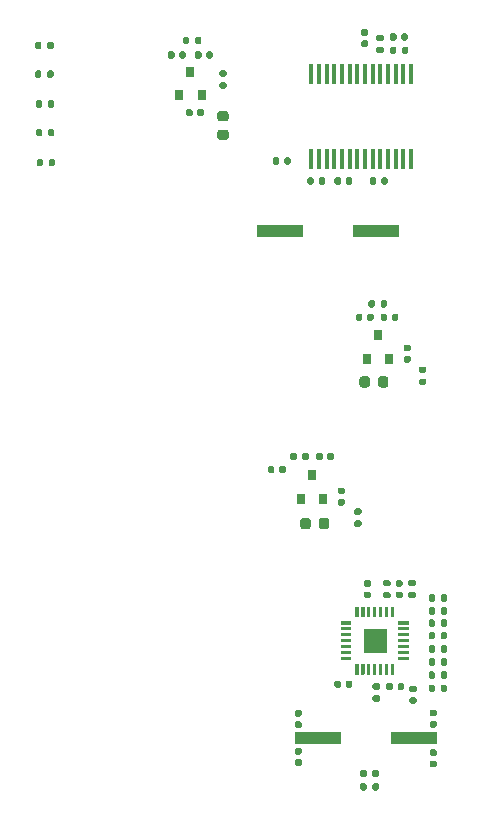
<source format=gbr>
G04 #@! TF.GenerationSoftware,KiCad,Pcbnew,(5.1.10)-1*
G04 #@! TF.CreationDate,2021-11-05T11:55:09+00:00*
G04 #@! TF.ProjectId,RasperryPi ECG Hat,52617370-6572-4727-9950-692045434720,rev?*
G04 #@! TF.SameCoordinates,Original*
G04 #@! TF.FileFunction,Paste,Top*
G04 #@! TF.FilePolarity,Positive*
%FSLAX46Y46*%
G04 Gerber Fmt 4.6, Leading zero omitted, Abs format (unit mm)*
G04 Created by KiCad (PCBNEW (5.1.10)-1) date 2021-11-05 11:55:09*
%MOMM*%
%LPD*%
G01*
G04 APERTURE LIST*
%ADD10C,0.010000*%
%ADD11R,4.000000X1.000000*%
%ADD12R,0.800000X0.900000*%
%ADD13R,0.450000X1.750000*%
G04 APERTURE END LIST*
D10*
G04 #@! TO.C,ADS1293*
G36*
X92902000Y-89569000D02*
G01*
X91002000Y-89569000D01*
X91002000Y-87669000D01*
X92902000Y-87669000D01*
X92902000Y-89569000D01*
G37*
X92902000Y-89569000D02*
X91002000Y-89569000D01*
X91002000Y-87669000D01*
X92902000Y-87669000D01*
X92902000Y-89569000D01*
G04 #@! TD*
G04 #@! TO.C,D3*
G36*
G01*
X78843750Y-43775000D02*
X79356250Y-43775000D01*
G75*
G02*
X79575000Y-43993750I0J-218750D01*
G01*
X79575000Y-44431250D01*
G75*
G02*
X79356250Y-44650000I-218750J0D01*
G01*
X78843750Y-44650000D01*
G75*
G02*
X78625000Y-44431250I0J218750D01*
G01*
X78625000Y-43993750D01*
G75*
G02*
X78843750Y-43775000I218750J0D01*
G01*
G37*
G36*
G01*
X78843750Y-45350000D02*
X79356250Y-45350000D01*
G75*
G02*
X79575000Y-45568750I0J-218750D01*
G01*
X79575000Y-46006250D01*
G75*
G02*
X79356250Y-46225000I-218750J0D01*
G01*
X78843750Y-46225000D01*
G75*
G02*
X78625000Y-46006250I0J218750D01*
G01*
X78625000Y-45568750D01*
G75*
G02*
X78843750Y-45350000I218750J0D01*
G01*
G37*
G04 #@! TD*
G04 #@! TO.C,R13*
G36*
G01*
X64216500Y-38422000D02*
X64216500Y-38052000D01*
G75*
G02*
X64351500Y-37917000I135000J0D01*
G01*
X64621500Y-37917000D01*
G75*
G02*
X64756500Y-38052000I0J-135000D01*
G01*
X64756500Y-38422000D01*
G75*
G02*
X64621500Y-38557000I-135000J0D01*
G01*
X64351500Y-38557000D01*
G75*
G02*
X64216500Y-38422000I0J135000D01*
G01*
G37*
G36*
G01*
X63196500Y-38422000D02*
X63196500Y-38052000D01*
G75*
G02*
X63331500Y-37917000I135000J0D01*
G01*
X63601500Y-37917000D01*
G75*
G02*
X63736500Y-38052000I0J-135000D01*
G01*
X63736500Y-38422000D01*
G75*
G02*
X63601500Y-38557000I-135000J0D01*
G01*
X63331500Y-38557000D01*
G75*
G02*
X63196500Y-38422000I0J135000D01*
G01*
G37*
G04 #@! TD*
G04 #@! TO.C,R9*
G36*
G01*
X92215000Y-37330000D02*
X92585000Y-37330000D01*
G75*
G02*
X92720000Y-37465000I0J-135000D01*
G01*
X92720000Y-37735000D01*
G75*
G02*
X92585000Y-37870000I-135000J0D01*
G01*
X92215000Y-37870000D01*
G75*
G02*
X92080000Y-37735000I0J135000D01*
G01*
X92080000Y-37465000D01*
G75*
G02*
X92215000Y-37330000I135000J0D01*
G01*
G37*
G36*
G01*
X92215000Y-38350000D02*
X92585000Y-38350000D01*
G75*
G02*
X92720000Y-38485000I0J-135000D01*
G01*
X92720000Y-38755000D01*
G75*
G02*
X92585000Y-38890000I-135000J0D01*
G01*
X92215000Y-38890000D01*
G75*
G02*
X92080000Y-38755000I0J135000D01*
G01*
X92080000Y-38485000D01*
G75*
G02*
X92215000Y-38350000I135000J0D01*
G01*
G37*
G04 #@! TD*
G04 #@! TO.C,D2*
G36*
G01*
X93105500Y-66450750D02*
X93105500Y-66963250D01*
G75*
G02*
X92886750Y-67182000I-218750J0D01*
G01*
X92449250Y-67182000D01*
G75*
G02*
X92230500Y-66963250I0J218750D01*
G01*
X92230500Y-66450750D01*
G75*
G02*
X92449250Y-66232000I218750J0D01*
G01*
X92886750Y-66232000D01*
G75*
G02*
X93105500Y-66450750I0J-218750D01*
G01*
G37*
G36*
G01*
X91530500Y-66450750D02*
X91530500Y-66963250D01*
G75*
G02*
X91311750Y-67182000I-218750J0D01*
G01*
X90874250Y-67182000D01*
G75*
G02*
X90655500Y-66963250I0J218750D01*
G01*
X90655500Y-66450750D01*
G75*
G02*
X90874250Y-66232000I218750J0D01*
G01*
X91311750Y-66232000D01*
G75*
G02*
X91530500Y-66450750I0J-218750D01*
G01*
G37*
G04 #@! TD*
G04 #@! TO.C,R2*
G36*
G01*
X93153000Y-84015000D02*
X92783000Y-84015000D01*
G75*
G02*
X92648000Y-83880000I0J135000D01*
G01*
X92648000Y-83610000D01*
G75*
G02*
X92783000Y-83475000I135000J0D01*
G01*
X93153000Y-83475000D01*
G75*
G02*
X93288000Y-83610000I0J-135000D01*
G01*
X93288000Y-83880000D01*
G75*
G02*
X93153000Y-84015000I-135000J0D01*
G01*
G37*
G36*
G01*
X93153000Y-85035000D02*
X92783000Y-85035000D01*
G75*
G02*
X92648000Y-84900000I0J135000D01*
G01*
X92648000Y-84630000D01*
G75*
G02*
X92783000Y-84495000I135000J0D01*
G01*
X93153000Y-84495000D01*
G75*
G02*
X93288000Y-84630000I0J-135000D01*
G01*
X93288000Y-84900000D01*
G75*
G02*
X93153000Y-85035000I-135000J0D01*
G01*
G37*
G04 #@! TD*
D11*
G04 #@! TO.C,Y1*
X95254000Y-96866000D03*
X87126000Y-96866000D03*
G04 #@! TD*
G04 #@! TO.C,C4*
G36*
G01*
X87943500Y-73196800D02*
X87943500Y-72856800D01*
G75*
G02*
X88083500Y-72716800I140000J0D01*
G01*
X88363500Y-72716800D01*
G75*
G02*
X88503500Y-72856800I0J-140000D01*
G01*
X88503500Y-73196800D01*
G75*
G02*
X88363500Y-73336800I-140000J0D01*
G01*
X88083500Y-73336800D01*
G75*
G02*
X87943500Y-73196800I0J140000D01*
G01*
G37*
G36*
G01*
X86983500Y-73196800D02*
X86983500Y-72856800D01*
G75*
G02*
X87123500Y-72716800I140000J0D01*
G01*
X87403500Y-72716800D01*
G75*
G02*
X87543500Y-72856800I0J-140000D01*
G01*
X87543500Y-73196800D01*
G75*
G02*
X87403500Y-73336800I-140000J0D01*
G01*
X87123500Y-73336800D01*
G75*
G02*
X86983500Y-73196800I0J140000D01*
G01*
G37*
G04 #@! TD*
G04 #@! TO.C,C6*
G36*
G01*
X92920000Y-92670000D02*
X92920000Y-92330000D01*
G75*
G02*
X93060000Y-92190000I140000J0D01*
G01*
X93340000Y-92190000D01*
G75*
G02*
X93480000Y-92330000I0J-140000D01*
G01*
X93480000Y-92670000D01*
G75*
G02*
X93340000Y-92810000I-140000J0D01*
G01*
X93060000Y-92810000D01*
G75*
G02*
X92920000Y-92670000I0J140000D01*
G01*
G37*
G36*
G01*
X93880000Y-92670000D02*
X93880000Y-92330000D01*
G75*
G02*
X94020000Y-92190000I140000J0D01*
G01*
X94300000Y-92190000D01*
G75*
G02*
X94440000Y-92330000I0J-140000D01*
G01*
X94440000Y-92670000D01*
G75*
G02*
X94300000Y-92810000I-140000J0D01*
G01*
X94020000Y-92810000D01*
G75*
G02*
X93880000Y-92670000I0J140000D01*
G01*
G37*
G04 #@! TD*
G04 #@! TO.C,Y2*
X83926000Y-53900000D03*
X92054000Y-53900000D03*
G04 #@! TD*
G04 #@! TO.C,ADS1293*
G36*
G01*
X90587000Y-90632100D02*
X90587000Y-91475900D01*
G75*
G02*
X90578900Y-91484000I-8100J0D01*
G01*
X90325100Y-91484000D01*
G75*
G02*
X90317000Y-91475900I0J8100D01*
G01*
X90317000Y-90632100D01*
G75*
G02*
X90325100Y-90624000I8100J0D01*
G01*
X90578900Y-90624000D01*
G75*
G02*
X90587000Y-90632100I0J-8100D01*
G01*
G37*
G36*
G01*
X89947000Y-88492100D02*
X89947000Y-88745900D01*
G75*
G02*
X89938900Y-88754000I-8100J0D01*
G01*
X89095100Y-88754000D01*
G75*
G02*
X89087000Y-88745900I0J8100D01*
G01*
X89087000Y-88492100D01*
G75*
G02*
X89095100Y-88484000I8100J0D01*
G01*
X89938900Y-88484000D01*
G75*
G02*
X89947000Y-88492100I0J-8100D01*
G01*
G37*
G36*
G01*
X93587000Y-90632100D02*
X93587000Y-91475900D01*
G75*
G02*
X93578900Y-91484000I-8100J0D01*
G01*
X93325100Y-91484000D01*
G75*
G02*
X93317000Y-91475900I0J8100D01*
G01*
X93317000Y-90632100D01*
G75*
G02*
X93325100Y-90624000I8100J0D01*
G01*
X93578900Y-90624000D01*
G75*
G02*
X93587000Y-90632100I0J-8100D01*
G01*
G37*
G36*
G01*
X93087000Y-85762100D02*
X93087000Y-86605900D01*
G75*
G02*
X93078900Y-86614000I-8100J0D01*
G01*
X92825100Y-86614000D01*
G75*
G02*
X92817000Y-86605900I0J8100D01*
G01*
X92817000Y-85762100D01*
G75*
G02*
X92825100Y-85754000I8100J0D01*
G01*
X93078900Y-85754000D01*
G75*
G02*
X93087000Y-85762100I0J-8100D01*
G01*
G37*
G36*
G01*
X94817000Y-86992100D02*
X94817000Y-87245900D01*
G75*
G02*
X94808900Y-87254000I-8100J0D01*
G01*
X93965100Y-87254000D01*
G75*
G02*
X93957000Y-87245900I0J8100D01*
G01*
X93957000Y-86992100D01*
G75*
G02*
X93965100Y-86984000I8100J0D01*
G01*
X94808900Y-86984000D01*
G75*
G02*
X94817000Y-86992100I0J-8100D01*
G01*
G37*
G36*
G01*
X92087000Y-90632100D02*
X92087000Y-91475900D01*
G75*
G02*
X92078900Y-91484000I-8100J0D01*
G01*
X91825100Y-91484000D01*
G75*
G02*
X91817000Y-91475900I0J8100D01*
G01*
X91817000Y-90632100D01*
G75*
G02*
X91825100Y-90624000I8100J0D01*
G01*
X92078900Y-90624000D01*
G75*
G02*
X92087000Y-90632100I0J-8100D01*
G01*
G37*
G36*
G01*
X93587000Y-85762100D02*
X93587000Y-86605900D01*
G75*
G02*
X93578900Y-86614000I-8100J0D01*
G01*
X93325100Y-86614000D01*
G75*
G02*
X93317000Y-86605900I0J8100D01*
G01*
X93317000Y-85762100D01*
G75*
G02*
X93325100Y-85754000I8100J0D01*
G01*
X93578900Y-85754000D01*
G75*
G02*
X93587000Y-85762100I0J-8100D01*
G01*
G37*
G36*
G01*
X91587000Y-85762100D02*
X91587000Y-86605900D01*
G75*
G02*
X91578900Y-86614000I-8100J0D01*
G01*
X91325100Y-86614000D01*
G75*
G02*
X91317000Y-86605900I0J8100D01*
G01*
X91317000Y-85762100D01*
G75*
G02*
X91325100Y-85754000I8100J0D01*
G01*
X91578900Y-85754000D01*
G75*
G02*
X91587000Y-85762100I0J-8100D01*
G01*
G37*
G36*
G01*
X93087000Y-90632100D02*
X93087000Y-91475900D01*
G75*
G02*
X93078900Y-91484000I-8100J0D01*
G01*
X92825100Y-91484000D01*
G75*
G02*
X92817000Y-91475900I0J8100D01*
G01*
X92817000Y-90632100D01*
G75*
G02*
X92825100Y-90624000I8100J0D01*
G01*
X93078900Y-90624000D01*
G75*
G02*
X93087000Y-90632100I0J-8100D01*
G01*
G37*
G36*
G01*
X89947000Y-87492100D02*
X89947000Y-87745900D01*
G75*
G02*
X89938900Y-87754000I-8100J0D01*
G01*
X89095100Y-87754000D01*
G75*
G02*
X89087000Y-87745900I0J8100D01*
G01*
X89087000Y-87492100D01*
G75*
G02*
X89095100Y-87484000I8100J0D01*
G01*
X89938900Y-87484000D01*
G75*
G02*
X89947000Y-87492100I0J-8100D01*
G01*
G37*
G36*
G01*
X94817000Y-88492100D02*
X94817000Y-88745900D01*
G75*
G02*
X94808900Y-88754000I-8100J0D01*
G01*
X93965100Y-88754000D01*
G75*
G02*
X93957000Y-88745900I0J8100D01*
G01*
X93957000Y-88492100D01*
G75*
G02*
X93965100Y-88484000I8100J0D01*
G01*
X94808900Y-88484000D01*
G75*
G02*
X94817000Y-88492100I0J-8100D01*
G01*
G37*
G36*
G01*
X89947000Y-89992100D02*
X89947000Y-90245900D01*
G75*
G02*
X89938900Y-90254000I-8100J0D01*
G01*
X89095100Y-90254000D01*
G75*
G02*
X89087000Y-90245900I0J8100D01*
G01*
X89087000Y-89992100D01*
G75*
G02*
X89095100Y-89984000I8100J0D01*
G01*
X89938900Y-89984000D01*
G75*
G02*
X89947000Y-89992100I0J-8100D01*
G01*
G37*
G36*
G01*
X89947000Y-86992100D02*
X89947000Y-87245900D01*
G75*
G02*
X89938900Y-87254000I-8100J0D01*
G01*
X89095100Y-87254000D01*
G75*
G02*
X89087000Y-87245900I0J8100D01*
G01*
X89087000Y-86992100D01*
G75*
G02*
X89095100Y-86984000I8100J0D01*
G01*
X89938900Y-86984000D01*
G75*
G02*
X89947000Y-86992100I0J-8100D01*
G01*
G37*
G36*
G01*
X92587000Y-90632100D02*
X92587000Y-91475900D01*
G75*
G02*
X92578900Y-91484000I-8100J0D01*
G01*
X92325100Y-91484000D01*
G75*
G02*
X92317000Y-91475900I0J8100D01*
G01*
X92317000Y-90632100D01*
G75*
G02*
X92325100Y-90624000I8100J0D01*
G01*
X92578900Y-90624000D01*
G75*
G02*
X92587000Y-90632100I0J-8100D01*
G01*
G37*
G36*
G01*
X94817000Y-89992100D02*
X94817000Y-90245900D01*
G75*
G02*
X94808900Y-90254000I-8100J0D01*
G01*
X93965100Y-90254000D01*
G75*
G02*
X93957000Y-90245900I0J8100D01*
G01*
X93957000Y-89992100D01*
G75*
G02*
X93965100Y-89984000I8100J0D01*
G01*
X94808900Y-89984000D01*
G75*
G02*
X94817000Y-89992100I0J-8100D01*
G01*
G37*
G36*
G01*
X94817000Y-87492100D02*
X94817000Y-87745900D01*
G75*
G02*
X94808900Y-87754000I-8100J0D01*
G01*
X93965100Y-87754000D01*
G75*
G02*
X93957000Y-87745900I0J8100D01*
G01*
X93957000Y-87492100D01*
G75*
G02*
X93965100Y-87484000I8100J0D01*
G01*
X94808900Y-87484000D01*
G75*
G02*
X94817000Y-87492100I0J-8100D01*
G01*
G37*
G36*
G01*
X91087000Y-90632100D02*
X91087000Y-91475900D01*
G75*
G02*
X91078900Y-91484000I-8100J0D01*
G01*
X90825100Y-91484000D01*
G75*
G02*
X90817000Y-91475900I0J8100D01*
G01*
X90817000Y-90632100D01*
G75*
G02*
X90825100Y-90624000I8100J0D01*
G01*
X91078900Y-90624000D01*
G75*
G02*
X91087000Y-90632100I0J-8100D01*
G01*
G37*
G36*
G01*
X91087000Y-85762100D02*
X91087000Y-86605900D01*
G75*
G02*
X91078900Y-86614000I-8100J0D01*
G01*
X90825100Y-86614000D01*
G75*
G02*
X90817000Y-86605900I0J8100D01*
G01*
X90817000Y-85762100D01*
G75*
G02*
X90825100Y-85754000I8100J0D01*
G01*
X91078900Y-85754000D01*
G75*
G02*
X91087000Y-85762100I0J-8100D01*
G01*
G37*
G36*
G01*
X89947000Y-88992100D02*
X89947000Y-89245900D01*
G75*
G02*
X89938900Y-89254000I-8100J0D01*
G01*
X89095100Y-89254000D01*
G75*
G02*
X89087000Y-89245900I0J8100D01*
G01*
X89087000Y-88992100D01*
G75*
G02*
X89095100Y-88984000I8100J0D01*
G01*
X89938900Y-88984000D01*
G75*
G02*
X89947000Y-88992100I0J-8100D01*
G01*
G37*
G36*
G01*
X90587000Y-85762100D02*
X90587000Y-86605900D01*
G75*
G02*
X90578900Y-86614000I-8100J0D01*
G01*
X90325100Y-86614000D01*
G75*
G02*
X90317000Y-86605900I0J8100D01*
G01*
X90317000Y-85762100D01*
G75*
G02*
X90325100Y-85754000I8100J0D01*
G01*
X90578900Y-85754000D01*
G75*
G02*
X90587000Y-85762100I0J-8100D01*
G01*
G37*
G36*
G01*
X89947000Y-89492100D02*
X89947000Y-89745900D01*
G75*
G02*
X89938900Y-89754000I-8100J0D01*
G01*
X89095100Y-89754000D01*
G75*
G02*
X89087000Y-89745900I0J8100D01*
G01*
X89087000Y-89492100D01*
G75*
G02*
X89095100Y-89484000I8100J0D01*
G01*
X89938900Y-89484000D01*
G75*
G02*
X89947000Y-89492100I0J-8100D01*
G01*
G37*
G36*
G01*
X94817000Y-87992100D02*
X94817000Y-88245900D01*
G75*
G02*
X94808900Y-88254000I-8100J0D01*
G01*
X93965100Y-88254000D01*
G75*
G02*
X93957000Y-88245900I0J8100D01*
G01*
X93957000Y-87992100D01*
G75*
G02*
X93965100Y-87984000I8100J0D01*
G01*
X94808900Y-87984000D01*
G75*
G02*
X94817000Y-87992100I0J-8100D01*
G01*
G37*
G36*
G01*
X89947000Y-87992100D02*
X89947000Y-88245900D01*
G75*
G02*
X89938900Y-88254000I-8100J0D01*
G01*
X89095100Y-88254000D01*
G75*
G02*
X89087000Y-88245900I0J8100D01*
G01*
X89087000Y-87992100D01*
G75*
G02*
X89095100Y-87984000I8100J0D01*
G01*
X89938900Y-87984000D01*
G75*
G02*
X89947000Y-87992100I0J-8100D01*
G01*
G37*
G36*
G01*
X91587000Y-90632100D02*
X91587000Y-91475900D01*
G75*
G02*
X91578900Y-91484000I-8100J0D01*
G01*
X91325100Y-91484000D01*
G75*
G02*
X91317000Y-91475900I0J8100D01*
G01*
X91317000Y-90632100D01*
G75*
G02*
X91325100Y-90624000I8100J0D01*
G01*
X91578900Y-90624000D01*
G75*
G02*
X91587000Y-90632100I0J-8100D01*
G01*
G37*
G36*
G01*
X92587000Y-85762100D02*
X92587000Y-86605900D01*
G75*
G02*
X92578900Y-86614000I-8100J0D01*
G01*
X92325100Y-86614000D01*
G75*
G02*
X92317000Y-86605900I0J8100D01*
G01*
X92317000Y-85762100D01*
G75*
G02*
X92325100Y-85754000I8100J0D01*
G01*
X92578900Y-85754000D01*
G75*
G02*
X92587000Y-85762100I0J-8100D01*
G01*
G37*
G36*
G01*
X92087000Y-85762100D02*
X92087000Y-86605900D01*
G75*
G02*
X92078900Y-86614000I-8100J0D01*
G01*
X91825100Y-86614000D01*
G75*
G02*
X91817000Y-86605900I0J8100D01*
G01*
X91817000Y-85762100D01*
G75*
G02*
X91825100Y-85754000I8100J0D01*
G01*
X92078900Y-85754000D01*
G75*
G02*
X92087000Y-85762100I0J-8100D01*
G01*
G37*
G36*
G01*
X94817000Y-88992100D02*
X94817000Y-89245900D01*
G75*
G02*
X94808900Y-89254000I-8100J0D01*
G01*
X93965100Y-89254000D01*
G75*
G02*
X93957000Y-89245900I0J8100D01*
G01*
X93957000Y-88992100D01*
G75*
G02*
X93965100Y-88984000I8100J0D01*
G01*
X94808900Y-88984000D01*
G75*
G02*
X94817000Y-88992100I0J-8100D01*
G01*
G37*
G36*
G01*
X94817000Y-89492100D02*
X94817000Y-89745900D01*
G75*
G02*
X94808900Y-89754000I-8100J0D01*
G01*
X93965100Y-89754000D01*
G75*
G02*
X93957000Y-89745900I0J8100D01*
G01*
X93957000Y-89492100D01*
G75*
G02*
X93965100Y-89484000I8100J0D01*
G01*
X94808900Y-89484000D01*
G75*
G02*
X94817000Y-89492100I0J-8100D01*
G01*
G37*
G04 #@! TD*
G04 #@! TO.C,C2*
G36*
G01*
X84420500Y-73963300D02*
X84420500Y-74303300D01*
G75*
G02*
X84280500Y-74443300I-140000J0D01*
G01*
X84000500Y-74443300D01*
G75*
G02*
X83860500Y-74303300I0J140000D01*
G01*
X83860500Y-73963300D01*
G75*
G02*
X84000500Y-73823300I140000J0D01*
G01*
X84280500Y-73823300D01*
G75*
G02*
X84420500Y-73963300I0J-140000D01*
G01*
G37*
G36*
G01*
X83460500Y-73963300D02*
X83460500Y-74303300D01*
G75*
G02*
X83320500Y-74443300I-140000J0D01*
G01*
X83040500Y-74443300D01*
G75*
G02*
X82900500Y-74303300I0J140000D01*
G01*
X82900500Y-73963300D01*
G75*
G02*
X83040500Y-73823300I140000J0D01*
G01*
X83320500Y-73823300D01*
G75*
G02*
X83460500Y-73963300I0J-140000D01*
G01*
G37*
G04 #@! TD*
G04 #@! TO.C,C5*
G36*
G01*
X89291500Y-76219300D02*
X88951500Y-76219300D01*
G75*
G02*
X88811500Y-76079300I0J140000D01*
G01*
X88811500Y-75799300D01*
G75*
G02*
X88951500Y-75659300I140000J0D01*
G01*
X89291500Y-75659300D01*
G75*
G02*
X89431500Y-75799300I0J-140000D01*
G01*
X89431500Y-76079300D01*
G75*
G02*
X89291500Y-76219300I-140000J0D01*
G01*
G37*
G36*
G01*
X89291500Y-77179300D02*
X88951500Y-77179300D01*
G75*
G02*
X88811500Y-77039300I0J140000D01*
G01*
X88811500Y-76759300D01*
G75*
G02*
X88951500Y-76619300I140000J0D01*
G01*
X89291500Y-76619300D01*
G75*
G02*
X89431500Y-76759300I0J-140000D01*
G01*
X89431500Y-77039300D01*
G75*
G02*
X89291500Y-77179300I-140000J0D01*
G01*
G37*
G04 #@! TD*
G04 #@! TO.C,C17*
G36*
G01*
X93403500Y-61400000D02*
X93403500Y-61060000D01*
G75*
G02*
X93543500Y-60920000I140000J0D01*
G01*
X93823500Y-60920000D01*
G75*
G02*
X93963500Y-61060000I0J-140000D01*
G01*
X93963500Y-61400000D01*
G75*
G02*
X93823500Y-61540000I-140000J0D01*
G01*
X93543500Y-61540000D01*
G75*
G02*
X93403500Y-61400000I0J140000D01*
G01*
G37*
G36*
G01*
X92443500Y-61400000D02*
X92443500Y-61060000D01*
G75*
G02*
X92583500Y-60920000I140000J0D01*
G01*
X92863500Y-60920000D01*
G75*
G02*
X93003500Y-61060000I0J-140000D01*
G01*
X93003500Y-61400000D01*
G75*
G02*
X92863500Y-61540000I-140000J0D01*
G01*
X92583500Y-61540000D01*
G75*
G02*
X92443500Y-61400000I0J140000D01*
G01*
G37*
G04 #@! TD*
G04 #@! TO.C,C18*
G36*
G01*
X77684500Y-39198500D02*
X77684500Y-38858500D01*
G75*
G02*
X77824500Y-38718500I140000J0D01*
G01*
X78104500Y-38718500D01*
G75*
G02*
X78244500Y-38858500I0J-140000D01*
G01*
X78244500Y-39198500D01*
G75*
G02*
X78104500Y-39338500I-140000J0D01*
G01*
X77824500Y-39338500D01*
G75*
G02*
X77684500Y-39198500I0J140000D01*
G01*
G37*
G36*
G01*
X76724500Y-39198500D02*
X76724500Y-38858500D01*
G75*
G02*
X76864500Y-38718500I140000J0D01*
G01*
X77144500Y-38718500D01*
G75*
G02*
X77284500Y-38858500I0J-140000D01*
G01*
X77284500Y-39198500D01*
G75*
G02*
X77144500Y-39338500I-140000J0D01*
G01*
X76864500Y-39338500D01*
G75*
G02*
X76724500Y-39198500I0J140000D01*
G01*
G37*
G04 #@! TD*
G04 #@! TO.C,C19*
G36*
G01*
X91868000Y-61060000D02*
X91868000Y-61400000D01*
G75*
G02*
X91728000Y-61540000I-140000J0D01*
G01*
X91448000Y-61540000D01*
G75*
G02*
X91308000Y-61400000I0J140000D01*
G01*
X91308000Y-61060000D01*
G75*
G02*
X91448000Y-60920000I140000J0D01*
G01*
X91728000Y-60920000D01*
G75*
G02*
X91868000Y-61060000I0J-140000D01*
G01*
G37*
G36*
G01*
X90908000Y-61060000D02*
X90908000Y-61400000D01*
G75*
G02*
X90768000Y-61540000I-140000J0D01*
G01*
X90488000Y-61540000D01*
G75*
G02*
X90348000Y-61400000I0J140000D01*
G01*
X90348000Y-61060000D01*
G75*
G02*
X90488000Y-60920000I140000J0D01*
G01*
X90768000Y-60920000D01*
G75*
G02*
X90908000Y-61060000I0J-140000D01*
G01*
G37*
G04 #@! TD*
G04 #@! TO.C,C20*
G36*
G01*
X74998500Y-38858500D02*
X74998500Y-39198500D01*
G75*
G02*
X74858500Y-39338500I-140000J0D01*
G01*
X74578500Y-39338500D01*
G75*
G02*
X74438500Y-39198500I0J140000D01*
G01*
X74438500Y-38858500D01*
G75*
G02*
X74578500Y-38718500I140000J0D01*
G01*
X74858500Y-38718500D01*
G75*
G02*
X74998500Y-38858500I0J-140000D01*
G01*
G37*
G36*
G01*
X75958500Y-38858500D02*
X75958500Y-39198500D01*
G75*
G02*
X75818500Y-39338500I-140000J0D01*
G01*
X75538500Y-39338500D01*
G75*
G02*
X75398500Y-39198500I0J140000D01*
G01*
X75398500Y-38858500D01*
G75*
G02*
X75538500Y-38718500I140000J0D01*
G01*
X75818500Y-38718500D01*
G75*
G02*
X75958500Y-38858500I0J-140000D01*
G01*
G37*
G04 #@! TD*
G04 #@! TO.C,C21*
G36*
G01*
X94870000Y-64120000D02*
X94530000Y-64120000D01*
G75*
G02*
X94390000Y-63980000I0J140000D01*
G01*
X94390000Y-63700000D01*
G75*
G02*
X94530000Y-63560000I140000J0D01*
G01*
X94870000Y-63560000D01*
G75*
G02*
X95010000Y-63700000I0J-140000D01*
G01*
X95010000Y-63980000D01*
G75*
G02*
X94870000Y-64120000I-140000J0D01*
G01*
G37*
G36*
G01*
X94870000Y-65080000D02*
X94530000Y-65080000D01*
G75*
G02*
X94390000Y-64940000I0J140000D01*
G01*
X94390000Y-64660000D01*
G75*
G02*
X94530000Y-64520000I140000J0D01*
G01*
X94870000Y-64520000D01*
G75*
G02*
X95010000Y-64660000I0J-140000D01*
G01*
X95010000Y-64940000D01*
G75*
G02*
X94870000Y-65080000I-140000J0D01*
G01*
G37*
G04 #@! TD*
G04 #@! TO.C,C22*
G36*
G01*
X77482500Y-43748000D02*
X77482500Y-44088000D01*
G75*
G02*
X77342500Y-44228000I-140000J0D01*
G01*
X77062500Y-44228000D01*
G75*
G02*
X76922500Y-44088000I0J140000D01*
G01*
X76922500Y-43748000D01*
G75*
G02*
X77062500Y-43608000I140000J0D01*
G01*
X77342500Y-43608000D01*
G75*
G02*
X77482500Y-43748000I0J-140000D01*
G01*
G37*
G36*
G01*
X76522500Y-43748000D02*
X76522500Y-44088000D01*
G75*
G02*
X76382500Y-44228000I-140000J0D01*
G01*
X76102500Y-44228000D01*
G75*
G02*
X75962500Y-44088000I0J140000D01*
G01*
X75962500Y-43748000D01*
G75*
G02*
X76102500Y-43608000I140000J0D01*
G01*
X76382500Y-43608000D01*
G75*
G02*
X76522500Y-43748000I0J-140000D01*
G01*
G37*
G04 #@! TD*
G04 #@! TO.C,JP1*
G36*
G01*
X91267500Y-99665500D02*
X91267500Y-100035500D01*
G75*
G02*
X91132500Y-100170500I-135000J0D01*
G01*
X90862500Y-100170500D01*
G75*
G02*
X90727500Y-100035500I0J135000D01*
G01*
X90727500Y-99665500D01*
G75*
G02*
X90862500Y-99530500I135000J0D01*
G01*
X91132500Y-99530500D01*
G75*
G02*
X91267500Y-99665500I0J-135000D01*
G01*
G37*
G36*
G01*
X92287500Y-99665500D02*
X92287500Y-100035500D01*
G75*
G02*
X92152500Y-100170500I-135000J0D01*
G01*
X91882500Y-100170500D01*
G75*
G02*
X91747500Y-100035500I0J135000D01*
G01*
X91747500Y-99665500D01*
G75*
G02*
X91882500Y-99530500I135000J0D01*
G01*
X92152500Y-99530500D01*
G75*
G02*
X92287500Y-99665500I0J-135000D01*
G01*
G37*
G04 #@! TD*
G04 #@! TO.C,JP2*
G36*
G01*
X97535500Y-89493000D02*
X97535500Y-89123000D01*
G75*
G02*
X97670500Y-88988000I135000J0D01*
G01*
X97940500Y-88988000D01*
G75*
G02*
X98075500Y-89123000I0J-135000D01*
G01*
X98075500Y-89493000D01*
G75*
G02*
X97940500Y-89628000I-135000J0D01*
G01*
X97670500Y-89628000D01*
G75*
G02*
X97535500Y-89493000I0J135000D01*
G01*
G37*
G36*
G01*
X96515500Y-89493000D02*
X96515500Y-89123000D01*
G75*
G02*
X96650500Y-88988000I135000J0D01*
G01*
X96920500Y-88988000D01*
G75*
G02*
X97055500Y-89123000I0J-135000D01*
G01*
X97055500Y-89493000D01*
G75*
G02*
X96920500Y-89628000I-135000J0D01*
G01*
X96650500Y-89628000D01*
G75*
G02*
X96515500Y-89493000I0J135000D01*
G01*
G37*
G04 #@! TD*
G04 #@! TO.C,JP3*
G36*
G01*
X98075500Y-90239000D02*
X98075500Y-90609000D01*
G75*
G02*
X97940500Y-90744000I-135000J0D01*
G01*
X97670500Y-90744000D01*
G75*
G02*
X97535500Y-90609000I0J135000D01*
G01*
X97535500Y-90239000D01*
G75*
G02*
X97670500Y-90104000I135000J0D01*
G01*
X97940500Y-90104000D01*
G75*
G02*
X98075500Y-90239000I0J-135000D01*
G01*
G37*
G36*
G01*
X97055500Y-90239000D02*
X97055500Y-90609000D01*
G75*
G02*
X96920500Y-90744000I-135000J0D01*
G01*
X96650500Y-90744000D01*
G75*
G02*
X96515500Y-90609000I0J135000D01*
G01*
X96515500Y-90239000D01*
G75*
G02*
X96650500Y-90104000I135000J0D01*
G01*
X96920500Y-90104000D01*
G75*
G02*
X97055500Y-90239000I0J-135000D01*
G01*
G37*
G04 #@! TD*
G04 #@! TO.C,JP4*
G36*
G01*
X96517500Y-85185000D02*
X96517500Y-84815000D01*
G75*
G02*
X96652500Y-84680000I135000J0D01*
G01*
X96922500Y-84680000D01*
G75*
G02*
X97057500Y-84815000I0J-135000D01*
G01*
X97057500Y-85185000D01*
G75*
G02*
X96922500Y-85320000I-135000J0D01*
G01*
X96652500Y-85320000D01*
G75*
G02*
X96517500Y-85185000I0J135000D01*
G01*
G37*
G36*
G01*
X97537500Y-85185000D02*
X97537500Y-84815000D01*
G75*
G02*
X97672500Y-84680000I135000J0D01*
G01*
X97942500Y-84680000D01*
G75*
G02*
X98077500Y-84815000I0J-135000D01*
G01*
X98077500Y-85185000D01*
G75*
G02*
X97942500Y-85320000I-135000J0D01*
G01*
X97672500Y-85320000D01*
G75*
G02*
X97537500Y-85185000I0J135000D01*
G01*
G37*
G04 #@! TD*
G04 #@! TO.C,JP5*
G36*
G01*
X90729500Y-101178500D02*
X90729500Y-100808500D01*
G75*
G02*
X90864500Y-100673500I135000J0D01*
G01*
X91134500Y-100673500D01*
G75*
G02*
X91269500Y-100808500I0J-135000D01*
G01*
X91269500Y-101178500D01*
G75*
G02*
X91134500Y-101313500I-135000J0D01*
G01*
X90864500Y-101313500D01*
G75*
G02*
X90729500Y-101178500I0J135000D01*
G01*
G37*
G36*
G01*
X91749500Y-101178500D02*
X91749500Y-100808500D01*
G75*
G02*
X91884500Y-100673500I135000J0D01*
G01*
X92154500Y-100673500D01*
G75*
G02*
X92289500Y-100808500I0J-135000D01*
G01*
X92289500Y-101178500D01*
G75*
G02*
X92154500Y-101313500I-135000J0D01*
G01*
X91884500Y-101313500D01*
G75*
G02*
X91749500Y-101178500I0J135000D01*
G01*
G37*
G04 #@! TD*
G04 #@! TO.C,JP6*
G36*
G01*
X97055500Y-85902000D02*
X97055500Y-86272000D01*
G75*
G02*
X96920500Y-86407000I-135000J0D01*
G01*
X96650500Y-86407000D01*
G75*
G02*
X96515500Y-86272000I0J135000D01*
G01*
X96515500Y-85902000D01*
G75*
G02*
X96650500Y-85767000I135000J0D01*
G01*
X96920500Y-85767000D01*
G75*
G02*
X97055500Y-85902000I0J-135000D01*
G01*
G37*
G36*
G01*
X98075500Y-85902000D02*
X98075500Y-86272000D01*
G75*
G02*
X97940500Y-86407000I-135000J0D01*
G01*
X97670500Y-86407000D01*
G75*
G02*
X97535500Y-86272000I0J135000D01*
G01*
X97535500Y-85902000D01*
G75*
G02*
X97670500Y-85767000I135000J0D01*
G01*
X97940500Y-85767000D01*
G75*
G02*
X98075500Y-85902000I0J-135000D01*
G01*
G37*
G04 #@! TD*
G04 #@! TO.C,L1*
G36*
G01*
X85824500Y-73211800D02*
X85824500Y-72841800D01*
G75*
G02*
X85959500Y-72706800I135000J0D01*
G01*
X86229500Y-72706800D01*
G75*
G02*
X86364500Y-72841800I0J-135000D01*
G01*
X86364500Y-73211800D01*
G75*
G02*
X86229500Y-73346800I-135000J0D01*
G01*
X85959500Y-73346800D01*
G75*
G02*
X85824500Y-73211800I0J135000D01*
G01*
G37*
G36*
G01*
X84804500Y-73211800D02*
X84804500Y-72841800D01*
G75*
G02*
X84939500Y-72706800I135000J0D01*
G01*
X85209500Y-72706800D01*
G75*
G02*
X85344500Y-72841800I0J-135000D01*
G01*
X85344500Y-73211800D01*
G75*
G02*
X85209500Y-73346800I-135000J0D01*
G01*
X84939500Y-73346800D01*
G75*
G02*
X84804500Y-73211800I0J135000D01*
G01*
G37*
G04 #@! TD*
G04 #@! TO.C,L2*
G36*
G01*
X91420000Y-60285000D02*
X91420000Y-59915000D01*
G75*
G02*
X91555000Y-59780000I135000J0D01*
G01*
X91825000Y-59780000D01*
G75*
G02*
X91960000Y-59915000I0J-135000D01*
G01*
X91960000Y-60285000D01*
G75*
G02*
X91825000Y-60420000I-135000J0D01*
G01*
X91555000Y-60420000D01*
G75*
G02*
X91420000Y-60285000I0J135000D01*
G01*
G37*
G36*
G01*
X92440000Y-60285000D02*
X92440000Y-59915000D01*
G75*
G02*
X92575000Y-59780000I135000J0D01*
G01*
X92845000Y-59780000D01*
G75*
G02*
X92980000Y-59915000I0J-135000D01*
G01*
X92980000Y-60285000D01*
G75*
G02*
X92845000Y-60420000I-135000J0D01*
G01*
X92575000Y-60420000D01*
G75*
G02*
X92440000Y-60285000I0J135000D01*
G01*
G37*
G04 #@! TD*
G04 #@! TO.C,L3*
G36*
G01*
X76730000Y-37985000D02*
X76730000Y-37615000D01*
G75*
G02*
X76865000Y-37480000I135000J0D01*
G01*
X77135000Y-37480000D01*
G75*
G02*
X77270000Y-37615000I0J-135000D01*
G01*
X77270000Y-37985000D01*
G75*
G02*
X77135000Y-38120000I-135000J0D01*
G01*
X76865000Y-38120000D01*
G75*
G02*
X76730000Y-37985000I0J135000D01*
G01*
G37*
G36*
G01*
X75710000Y-37985000D02*
X75710000Y-37615000D01*
G75*
G02*
X75845000Y-37480000I135000J0D01*
G01*
X76115000Y-37480000D01*
G75*
G02*
X76250000Y-37615000I0J-135000D01*
G01*
X76250000Y-37985000D01*
G75*
G02*
X76115000Y-38120000I-135000J0D01*
G01*
X75845000Y-38120000D01*
G75*
G02*
X75710000Y-37985000I0J135000D01*
G01*
G37*
G04 #@! TD*
G04 #@! TO.C,R1*
G36*
G01*
X92264000Y-92770000D02*
X91894000Y-92770000D01*
G75*
G02*
X91759000Y-92635000I0J135000D01*
G01*
X91759000Y-92365000D01*
G75*
G02*
X91894000Y-92230000I135000J0D01*
G01*
X92264000Y-92230000D01*
G75*
G02*
X92399000Y-92365000I0J-135000D01*
G01*
X92399000Y-92635000D01*
G75*
G02*
X92264000Y-92770000I-135000J0D01*
G01*
G37*
G36*
G01*
X92264000Y-93790000D02*
X91894000Y-93790000D01*
G75*
G02*
X91759000Y-93655000I0J135000D01*
G01*
X91759000Y-93385000D01*
G75*
G02*
X91894000Y-93250000I135000J0D01*
G01*
X92264000Y-93250000D01*
G75*
G02*
X92399000Y-93385000I0J-135000D01*
G01*
X92399000Y-93655000D01*
G75*
G02*
X92264000Y-93790000I-135000J0D01*
G01*
G37*
G04 #@! TD*
G04 #@! TO.C,R3*
G36*
G01*
X95285000Y-84015000D02*
X94915000Y-84015000D01*
G75*
G02*
X94780000Y-83880000I0J135000D01*
G01*
X94780000Y-83610000D01*
G75*
G02*
X94915000Y-83475000I135000J0D01*
G01*
X95285000Y-83475000D01*
G75*
G02*
X95420000Y-83610000I0J-135000D01*
G01*
X95420000Y-83880000D01*
G75*
G02*
X95285000Y-84015000I-135000J0D01*
G01*
G37*
G36*
G01*
X95285000Y-85035000D02*
X94915000Y-85035000D01*
G75*
G02*
X94780000Y-84900000I0J135000D01*
G01*
X94780000Y-84630000D01*
G75*
G02*
X94915000Y-84495000I135000J0D01*
G01*
X95285000Y-84495000D01*
G75*
G02*
X95420000Y-84630000I0J-135000D01*
G01*
X95420000Y-84900000D01*
G75*
G02*
X95285000Y-85035000I-135000J0D01*
G01*
G37*
G04 #@! TD*
G04 #@! TO.C,R4*
G36*
G01*
X98075500Y-92471000D02*
X98075500Y-92841000D01*
G75*
G02*
X97940500Y-92976000I-135000J0D01*
G01*
X97670500Y-92976000D01*
G75*
G02*
X97535500Y-92841000I0J135000D01*
G01*
X97535500Y-92471000D01*
G75*
G02*
X97670500Y-92336000I135000J0D01*
G01*
X97940500Y-92336000D01*
G75*
G02*
X98075500Y-92471000I0J-135000D01*
G01*
G37*
G36*
G01*
X97055500Y-92471000D02*
X97055500Y-92841000D01*
G75*
G02*
X96920500Y-92976000I-135000J0D01*
G01*
X96650500Y-92976000D01*
G75*
G02*
X96515500Y-92841000I0J135000D01*
G01*
X96515500Y-92471000D01*
G75*
G02*
X96650500Y-92336000I135000J0D01*
G01*
X96920500Y-92336000D01*
G75*
G02*
X97055500Y-92471000I0J-135000D01*
G01*
G37*
G04 #@! TD*
G04 #@! TO.C,R5*
G36*
G01*
X97055500Y-91355000D02*
X97055500Y-91725000D01*
G75*
G02*
X96920500Y-91860000I-135000J0D01*
G01*
X96650500Y-91860000D01*
G75*
G02*
X96515500Y-91725000I0J135000D01*
G01*
X96515500Y-91355000D01*
G75*
G02*
X96650500Y-91220000I135000J0D01*
G01*
X96920500Y-91220000D01*
G75*
G02*
X97055500Y-91355000I0J-135000D01*
G01*
G37*
G36*
G01*
X98075500Y-91355000D02*
X98075500Y-91725000D01*
G75*
G02*
X97940500Y-91860000I-135000J0D01*
G01*
X97670500Y-91860000D01*
G75*
G02*
X97535500Y-91725000I0J135000D01*
G01*
X97535500Y-91355000D01*
G75*
G02*
X97670500Y-91220000I135000J0D01*
G01*
X97940500Y-91220000D01*
G75*
G02*
X98075500Y-91355000I0J-135000D01*
G01*
G37*
G04 #@! TD*
G04 #@! TO.C,R10*
G36*
G01*
X94262500Y-38823000D02*
X94262500Y-38453000D01*
G75*
G02*
X94397500Y-38318000I135000J0D01*
G01*
X94667500Y-38318000D01*
G75*
G02*
X94802500Y-38453000I0J-135000D01*
G01*
X94802500Y-38823000D01*
G75*
G02*
X94667500Y-38958000I-135000J0D01*
G01*
X94397500Y-38958000D01*
G75*
G02*
X94262500Y-38823000I0J135000D01*
G01*
G37*
G36*
G01*
X93242500Y-38823000D02*
X93242500Y-38453000D01*
G75*
G02*
X93377500Y-38318000I135000J0D01*
G01*
X93647500Y-38318000D01*
G75*
G02*
X93782500Y-38453000I0J-135000D01*
G01*
X93782500Y-38823000D01*
G75*
G02*
X93647500Y-38958000I-135000J0D01*
G01*
X93377500Y-38958000D01*
G75*
G02*
X93242500Y-38823000I0J135000D01*
G01*
G37*
G04 #@! TD*
G04 #@! TO.C,R11*
G36*
G01*
X97055500Y-88007000D02*
X97055500Y-88377000D01*
G75*
G02*
X96920500Y-88512000I-135000J0D01*
G01*
X96650500Y-88512000D01*
G75*
G02*
X96515500Y-88377000I0J135000D01*
G01*
X96515500Y-88007000D01*
G75*
G02*
X96650500Y-87872000I135000J0D01*
G01*
X96920500Y-87872000D01*
G75*
G02*
X97055500Y-88007000I0J-135000D01*
G01*
G37*
G36*
G01*
X98075500Y-88007000D02*
X98075500Y-88377000D01*
G75*
G02*
X97940500Y-88512000I-135000J0D01*
G01*
X97670500Y-88512000D01*
G75*
G02*
X97535500Y-88377000I0J135000D01*
G01*
X97535500Y-88007000D01*
G75*
G02*
X97670500Y-87872000I135000J0D01*
G01*
X97940500Y-87872000D01*
G75*
G02*
X98075500Y-88007000I0J-135000D01*
G01*
G37*
G04 #@! TD*
G04 #@! TO.C,R12*
G36*
G01*
X98075500Y-86954500D02*
X98075500Y-87324500D01*
G75*
G02*
X97940500Y-87459500I-135000J0D01*
G01*
X97670500Y-87459500D01*
G75*
G02*
X97535500Y-87324500I0J135000D01*
G01*
X97535500Y-86954500D01*
G75*
G02*
X97670500Y-86819500I135000J0D01*
G01*
X97940500Y-86819500D01*
G75*
G02*
X98075500Y-86954500I0J-135000D01*
G01*
G37*
G36*
G01*
X97055500Y-86954500D02*
X97055500Y-87324500D01*
G75*
G02*
X96920500Y-87459500I-135000J0D01*
G01*
X96650500Y-87459500D01*
G75*
G02*
X96515500Y-87324500I0J135000D01*
G01*
X96515500Y-86954500D01*
G75*
G02*
X96650500Y-86819500I135000J0D01*
G01*
X96920500Y-86819500D01*
G75*
G02*
X97055500Y-86954500I0J-135000D01*
G01*
G37*
G04 #@! TD*
G04 #@! TO.C,R14*
G36*
G01*
X63196500Y-40835000D02*
X63196500Y-40465000D01*
G75*
G02*
X63331500Y-40330000I135000J0D01*
G01*
X63601500Y-40330000D01*
G75*
G02*
X63736500Y-40465000I0J-135000D01*
G01*
X63736500Y-40835000D01*
G75*
G02*
X63601500Y-40970000I-135000J0D01*
G01*
X63331500Y-40970000D01*
G75*
G02*
X63196500Y-40835000I0J135000D01*
G01*
G37*
G36*
G01*
X64216500Y-40835000D02*
X64216500Y-40465000D01*
G75*
G02*
X64351500Y-40330000I135000J0D01*
G01*
X64621500Y-40330000D01*
G75*
G02*
X64756500Y-40465000I0J-135000D01*
G01*
X64756500Y-40835000D01*
G75*
G02*
X64621500Y-40970000I-135000J0D01*
G01*
X64351500Y-40970000D01*
G75*
G02*
X64216500Y-40835000I0J135000D01*
G01*
G37*
G04 #@! TD*
G04 #@! TO.C,R15*
G36*
G01*
X63260000Y-43375000D02*
X63260000Y-43005000D01*
G75*
G02*
X63395000Y-42870000I135000J0D01*
G01*
X63665000Y-42870000D01*
G75*
G02*
X63800000Y-43005000I0J-135000D01*
G01*
X63800000Y-43375000D01*
G75*
G02*
X63665000Y-43510000I-135000J0D01*
G01*
X63395000Y-43510000D01*
G75*
G02*
X63260000Y-43375000I0J135000D01*
G01*
G37*
G36*
G01*
X64280000Y-43375000D02*
X64280000Y-43005000D01*
G75*
G02*
X64415000Y-42870000I135000J0D01*
G01*
X64685000Y-42870000D01*
G75*
G02*
X64820000Y-43005000I0J-135000D01*
G01*
X64820000Y-43375000D01*
G75*
G02*
X64685000Y-43510000I-135000J0D01*
G01*
X64415000Y-43510000D01*
G75*
G02*
X64280000Y-43375000I0J135000D01*
G01*
G37*
G04 #@! TD*
G04 #@! TO.C,R16*
G36*
G01*
X64280000Y-45788000D02*
X64280000Y-45418000D01*
G75*
G02*
X64415000Y-45283000I135000J0D01*
G01*
X64685000Y-45283000D01*
G75*
G02*
X64820000Y-45418000I0J-135000D01*
G01*
X64820000Y-45788000D01*
G75*
G02*
X64685000Y-45923000I-135000J0D01*
G01*
X64415000Y-45923000D01*
G75*
G02*
X64280000Y-45788000I0J135000D01*
G01*
G37*
G36*
G01*
X63260000Y-45788000D02*
X63260000Y-45418000D01*
G75*
G02*
X63395000Y-45283000I135000J0D01*
G01*
X63665000Y-45283000D01*
G75*
G02*
X63800000Y-45418000I0J-135000D01*
G01*
X63800000Y-45788000D01*
G75*
G02*
X63665000Y-45923000I-135000J0D01*
G01*
X63395000Y-45923000D01*
G75*
G02*
X63260000Y-45788000I0J135000D01*
G01*
G37*
G04 #@! TD*
G04 #@! TO.C,R17*
G36*
G01*
X63323500Y-48328000D02*
X63323500Y-47958000D01*
G75*
G02*
X63458500Y-47823000I135000J0D01*
G01*
X63728500Y-47823000D01*
G75*
G02*
X63863500Y-47958000I0J-135000D01*
G01*
X63863500Y-48328000D01*
G75*
G02*
X63728500Y-48463000I-135000J0D01*
G01*
X63458500Y-48463000D01*
G75*
G02*
X63323500Y-48328000I0J135000D01*
G01*
G37*
G36*
G01*
X64343500Y-48328000D02*
X64343500Y-47958000D01*
G75*
G02*
X64478500Y-47823000I135000J0D01*
G01*
X64748500Y-47823000D01*
G75*
G02*
X64883500Y-47958000I0J-135000D01*
G01*
X64883500Y-48328000D01*
G75*
G02*
X64748500Y-48463000I-135000J0D01*
G01*
X64478500Y-48463000D01*
G75*
G02*
X64343500Y-48328000I0J135000D01*
G01*
G37*
G04 #@! TD*
D12*
G04 #@! TO.C,U1*
X86645000Y-74593800D03*
X87595000Y-76593800D03*
X85695000Y-76593800D03*
G04 #@! TD*
G04 #@! TO.C,U3*
X92214500Y-62770000D03*
X93164500Y-64770000D03*
X91264500Y-64770000D03*
G04 #@! TD*
G04 #@! TO.C,U4*
X75391500Y-42441500D03*
X77291500Y-42441500D03*
X76341500Y-40441500D03*
G04 #@! TD*
D13*
G04 #@! TO.C,ADS1241*
X86580000Y-47796000D03*
X87230000Y-47796000D03*
X87880000Y-47796000D03*
X88530000Y-47796000D03*
X89180000Y-47796000D03*
X89830000Y-47796000D03*
X90480000Y-47796000D03*
X91130000Y-47796000D03*
X91780000Y-47796000D03*
X92430000Y-47796000D03*
X93080000Y-47796000D03*
X93730000Y-47796000D03*
X94380000Y-47796000D03*
X95030000Y-47796000D03*
X95030000Y-40596000D03*
X94380000Y-40596000D03*
X93730000Y-40596000D03*
X93080000Y-40596000D03*
X92430000Y-40596000D03*
X91780000Y-40596000D03*
X91130000Y-40596000D03*
X90480000Y-40596000D03*
X89830000Y-40596000D03*
X89180000Y-40596000D03*
X88530000Y-40596000D03*
X87880000Y-40596000D03*
X87230000Y-40596000D03*
X86580000Y-40596000D03*
G04 #@! TD*
G04 #@! TO.C,R8*
G36*
G01*
X79285000Y-41880000D02*
X78915000Y-41880000D01*
G75*
G02*
X78780000Y-41745000I0J135000D01*
G01*
X78780000Y-41475000D01*
G75*
G02*
X78915000Y-41340000I135000J0D01*
G01*
X79285000Y-41340000D01*
G75*
G02*
X79420000Y-41475000I0J-135000D01*
G01*
X79420000Y-41745000D01*
G75*
G02*
X79285000Y-41880000I-135000J0D01*
G01*
G37*
G36*
G01*
X79285000Y-40860000D02*
X78915000Y-40860000D01*
G75*
G02*
X78780000Y-40725000I0J135000D01*
G01*
X78780000Y-40455000D01*
G75*
G02*
X78915000Y-40320000I135000J0D01*
G01*
X79285000Y-40320000D01*
G75*
G02*
X79420000Y-40455000I0J-135000D01*
G01*
X79420000Y-40725000D01*
G75*
G02*
X79285000Y-40860000I-135000J0D01*
G01*
G37*
G04 #@! TD*
G04 #@! TO.C,D1*
G36*
G01*
X86523500Y-78449050D02*
X86523500Y-78961550D01*
G75*
G02*
X86304750Y-79180300I-218750J0D01*
G01*
X85867250Y-79180300D01*
G75*
G02*
X85648500Y-78961550I0J218750D01*
G01*
X85648500Y-78449050D01*
G75*
G02*
X85867250Y-78230300I218750J0D01*
G01*
X86304750Y-78230300D01*
G75*
G02*
X86523500Y-78449050I0J-218750D01*
G01*
G37*
G36*
G01*
X88098500Y-78449050D02*
X88098500Y-78961550D01*
G75*
G02*
X87879750Y-79180300I-218750J0D01*
G01*
X87442250Y-79180300D01*
G75*
G02*
X87223500Y-78961550I0J218750D01*
G01*
X87223500Y-78449050D01*
G75*
G02*
X87442250Y-78230300I218750J0D01*
G01*
X87879750Y-78230300D01*
G75*
G02*
X88098500Y-78449050I0J-218750D01*
G01*
G37*
G04 #@! TD*
G04 #@! TO.C,C1*
G36*
G01*
X90060000Y-92130000D02*
X90060000Y-92470000D01*
G75*
G02*
X89920000Y-92610000I-140000J0D01*
G01*
X89640000Y-92610000D01*
G75*
G02*
X89500000Y-92470000I0J140000D01*
G01*
X89500000Y-92130000D01*
G75*
G02*
X89640000Y-91990000I140000J0D01*
G01*
X89920000Y-91990000D01*
G75*
G02*
X90060000Y-92130000I0J-140000D01*
G01*
G37*
G36*
G01*
X89100000Y-92130000D02*
X89100000Y-92470000D01*
G75*
G02*
X88960000Y-92610000I-140000J0D01*
G01*
X88680000Y-92610000D01*
G75*
G02*
X88540000Y-92470000I0J140000D01*
G01*
X88540000Y-92130000D01*
G75*
G02*
X88680000Y-91990000I140000J0D01*
G01*
X88960000Y-91990000D01*
G75*
G02*
X89100000Y-92130000I0J-140000D01*
G01*
G37*
G04 #@! TD*
G04 #@! TO.C,C3*
G36*
G01*
X95030000Y-93400000D02*
X95370000Y-93400000D01*
G75*
G02*
X95510000Y-93540000I0J-140000D01*
G01*
X95510000Y-93820000D01*
G75*
G02*
X95370000Y-93960000I-140000J0D01*
G01*
X95030000Y-93960000D01*
G75*
G02*
X94890000Y-93820000I0J140000D01*
G01*
X94890000Y-93540000D01*
G75*
G02*
X95030000Y-93400000I140000J0D01*
G01*
G37*
G36*
G01*
X95030000Y-92440000D02*
X95370000Y-92440000D01*
G75*
G02*
X95510000Y-92580000I0J-140000D01*
G01*
X95510000Y-92860000D01*
G75*
G02*
X95370000Y-93000000I-140000J0D01*
G01*
X95030000Y-93000000D01*
G75*
G02*
X94890000Y-92860000I0J140000D01*
G01*
X94890000Y-92580000D01*
G75*
G02*
X95030000Y-92440000I140000J0D01*
G01*
G37*
G04 #@! TD*
G04 #@! TO.C,C7*
G36*
G01*
X91487000Y-84055000D02*
X91147000Y-84055000D01*
G75*
G02*
X91007000Y-83915000I0J140000D01*
G01*
X91007000Y-83635000D01*
G75*
G02*
X91147000Y-83495000I140000J0D01*
G01*
X91487000Y-83495000D01*
G75*
G02*
X91627000Y-83635000I0J-140000D01*
G01*
X91627000Y-83915000D01*
G75*
G02*
X91487000Y-84055000I-140000J0D01*
G01*
G37*
G36*
G01*
X91487000Y-85015000D02*
X91147000Y-85015000D01*
G75*
G02*
X91007000Y-84875000I0J140000D01*
G01*
X91007000Y-84595000D01*
G75*
G02*
X91147000Y-84455000I140000J0D01*
G01*
X91487000Y-84455000D01*
G75*
G02*
X91627000Y-84595000I0J-140000D01*
G01*
X91627000Y-84875000D01*
G75*
G02*
X91487000Y-85015000I-140000J0D01*
G01*
G37*
G04 #@! TD*
G04 #@! TO.C,C8*
G36*
G01*
X85305000Y-98653500D02*
X85645000Y-98653500D01*
G75*
G02*
X85785000Y-98793500I0J-140000D01*
G01*
X85785000Y-99073500D01*
G75*
G02*
X85645000Y-99213500I-140000J0D01*
G01*
X85305000Y-99213500D01*
G75*
G02*
X85165000Y-99073500I0J140000D01*
G01*
X85165000Y-98793500D01*
G75*
G02*
X85305000Y-98653500I140000J0D01*
G01*
G37*
G36*
G01*
X85305000Y-97693500D02*
X85645000Y-97693500D01*
G75*
G02*
X85785000Y-97833500I0J-140000D01*
G01*
X85785000Y-98113500D01*
G75*
G02*
X85645000Y-98253500I-140000J0D01*
G01*
X85305000Y-98253500D01*
G75*
G02*
X85165000Y-98113500I0J140000D01*
G01*
X85165000Y-97833500D01*
G75*
G02*
X85305000Y-97693500I140000J0D01*
G01*
G37*
G04 #@! TD*
G04 #@! TO.C,C9*
G36*
G01*
X94190500Y-85015000D02*
X93850500Y-85015000D01*
G75*
G02*
X93710500Y-84875000I0J140000D01*
G01*
X93710500Y-84595000D01*
G75*
G02*
X93850500Y-84455000I140000J0D01*
G01*
X94190500Y-84455000D01*
G75*
G02*
X94330500Y-84595000I0J-140000D01*
G01*
X94330500Y-84875000D01*
G75*
G02*
X94190500Y-85015000I-140000J0D01*
G01*
G37*
G36*
G01*
X94190500Y-84055000D02*
X93850500Y-84055000D01*
G75*
G02*
X93710500Y-83915000I0J140000D01*
G01*
X93710500Y-83635000D01*
G75*
G02*
X93850500Y-83495000I140000J0D01*
G01*
X94190500Y-83495000D01*
G75*
G02*
X94330500Y-83635000I0J-140000D01*
G01*
X94330500Y-83915000D01*
G75*
G02*
X94190500Y-84055000I-140000J0D01*
G01*
G37*
G04 #@! TD*
G04 #@! TO.C,C10*
G36*
G01*
X85305000Y-94490500D02*
X85645000Y-94490500D01*
G75*
G02*
X85785000Y-94630500I0J-140000D01*
G01*
X85785000Y-94910500D01*
G75*
G02*
X85645000Y-95050500I-140000J0D01*
G01*
X85305000Y-95050500D01*
G75*
G02*
X85165000Y-94910500I0J140000D01*
G01*
X85165000Y-94630500D01*
G75*
G02*
X85305000Y-94490500I140000J0D01*
G01*
G37*
G36*
G01*
X85305000Y-95450500D02*
X85645000Y-95450500D01*
G75*
G02*
X85785000Y-95590500I0J-140000D01*
G01*
X85785000Y-95870500D01*
G75*
G02*
X85645000Y-96010500I-140000J0D01*
G01*
X85305000Y-96010500D01*
G75*
G02*
X85165000Y-95870500I0J140000D01*
G01*
X85165000Y-95590500D01*
G75*
G02*
X85305000Y-95450500I140000J0D01*
G01*
G37*
G04 #@! TD*
G04 #@! TO.C,C11*
G36*
G01*
X96735000Y-95415000D02*
X97075000Y-95415000D01*
G75*
G02*
X97215000Y-95555000I0J-140000D01*
G01*
X97215000Y-95835000D01*
G75*
G02*
X97075000Y-95975000I-140000J0D01*
G01*
X96735000Y-95975000D01*
G75*
G02*
X96595000Y-95835000I0J140000D01*
G01*
X96595000Y-95555000D01*
G75*
G02*
X96735000Y-95415000I140000J0D01*
G01*
G37*
G36*
G01*
X96735000Y-94455000D02*
X97075000Y-94455000D01*
G75*
G02*
X97215000Y-94595000I0J-140000D01*
G01*
X97215000Y-94875000D01*
G75*
G02*
X97075000Y-95015000I-140000J0D01*
G01*
X96735000Y-95015000D01*
G75*
G02*
X96595000Y-94875000I0J140000D01*
G01*
X96595000Y-94595000D01*
G75*
G02*
X96735000Y-94455000I140000J0D01*
G01*
G37*
G04 #@! TD*
G04 #@! TO.C,C12*
G36*
G01*
X96735000Y-97820500D02*
X97075000Y-97820500D01*
G75*
G02*
X97215000Y-97960500I0J-140000D01*
G01*
X97215000Y-98240500D01*
G75*
G02*
X97075000Y-98380500I-140000J0D01*
G01*
X96735000Y-98380500D01*
G75*
G02*
X96595000Y-98240500I0J140000D01*
G01*
X96595000Y-97960500D01*
G75*
G02*
X96735000Y-97820500I140000J0D01*
G01*
G37*
G36*
G01*
X96735000Y-98780500D02*
X97075000Y-98780500D01*
G75*
G02*
X97215000Y-98920500I0J-140000D01*
G01*
X97215000Y-99200500D01*
G75*
G02*
X97075000Y-99340500I-140000J0D01*
G01*
X96735000Y-99340500D01*
G75*
G02*
X96595000Y-99200500I0J140000D01*
G01*
X96595000Y-98920500D01*
G75*
G02*
X96735000Y-98780500I140000J0D01*
G01*
G37*
G04 #@! TD*
G04 #@! TO.C,C13*
G36*
G01*
X86800000Y-49530000D02*
X86800000Y-49870000D01*
G75*
G02*
X86660000Y-50010000I-140000J0D01*
G01*
X86380000Y-50010000D01*
G75*
G02*
X86240000Y-49870000I0J140000D01*
G01*
X86240000Y-49530000D01*
G75*
G02*
X86380000Y-49390000I140000J0D01*
G01*
X86660000Y-49390000D01*
G75*
G02*
X86800000Y-49530000I0J-140000D01*
G01*
G37*
G36*
G01*
X87760000Y-49530000D02*
X87760000Y-49870000D01*
G75*
G02*
X87620000Y-50010000I-140000J0D01*
G01*
X87340000Y-50010000D01*
G75*
G02*
X87200000Y-49870000I0J140000D01*
G01*
X87200000Y-49530000D01*
G75*
G02*
X87340000Y-49390000I140000J0D01*
G01*
X87620000Y-49390000D01*
G75*
G02*
X87760000Y-49530000I0J-140000D01*
G01*
G37*
G04 #@! TD*
G04 #@! TO.C,C14*
G36*
G01*
X88540000Y-49870000D02*
X88540000Y-49530000D01*
G75*
G02*
X88680000Y-49390000I140000J0D01*
G01*
X88960000Y-49390000D01*
G75*
G02*
X89100000Y-49530000I0J-140000D01*
G01*
X89100000Y-49870000D01*
G75*
G02*
X88960000Y-50010000I-140000J0D01*
G01*
X88680000Y-50010000D01*
G75*
G02*
X88540000Y-49870000I0J140000D01*
G01*
G37*
G36*
G01*
X89500000Y-49870000D02*
X89500000Y-49530000D01*
G75*
G02*
X89640000Y-49390000I140000J0D01*
G01*
X89920000Y-49390000D01*
G75*
G02*
X90060000Y-49530000I0J-140000D01*
G01*
X90060000Y-49870000D01*
G75*
G02*
X89920000Y-50010000I-140000J0D01*
G01*
X89640000Y-50010000D01*
G75*
G02*
X89500000Y-49870000I0J140000D01*
G01*
G37*
G04 #@! TD*
G04 #@! TO.C,C15*
G36*
G01*
X91270000Y-38360000D02*
X90930000Y-38360000D01*
G75*
G02*
X90790000Y-38220000I0J140000D01*
G01*
X90790000Y-37940000D01*
G75*
G02*
X90930000Y-37800000I140000J0D01*
G01*
X91270000Y-37800000D01*
G75*
G02*
X91410000Y-37940000I0J-140000D01*
G01*
X91410000Y-38220000D01*
G75*
G02*
X91270000Y-38360000I-140000J0D01*
G01*
G37*
G36*
G01*
X91270000Y-37400000D02*
X90930000Y-37400000D01*
G75*
G02*
X90790000Y-37260000I0J140000D01*
G01*
X90790000Y-36980000D01*
G75*
G02*
X90930000Y-36840000I140000J0D01*
G01*
X91270000Y-36840000D01*
G75*
G02*
X91410000Y-36980000I0J-140000D01*
G01*
X91410000Y-37260000D01*
G75*
G02*
X91270000Y-37400000I-140000J0D01*
G01*
G37*
G04 #@! TD*
G04 #@! TO.C,C16*
G36*
G01*
X83880000Y-47830000D02*
X83880000Y-48170000D01*
G75*
G02*
X83740000Y-48310000I-140000J0D01*
G01*
X83460000Y-48310000D01*
G75*
G02*
X83320000Y-48170000I0J140000D01*
G01*
X83320000Y-47830000D01*
G75*
G02*
X83460000Y-47690000I140000J0D01*
G01*
X83740000Y-47690000D01*
G75*
G02*
X83880000Y-47830000I0J-140000D01*
G01*
G37*
G36*
G01*
X84840000Y-47830000D02*
X84840000Y-48170000D01*
G75*
G02*
X84700000Y-48310000I-140000J0D01*
G01*
X84420000Y-48310000D01*
G75*
G02*
X84280000Y-48170000I0J140000D01*
G01*
X84280000Y-47830000D01*
G75*
G02*
X84420000Y-47690000I140000J0D01*
G01*
X84700000Y-47690000D01*
G75*
G02*
X84840000Y-47830000I0J-140000D01*
G01*
G37*
G04 #@! TD*
G04 #@! TO.C,C23*
G36*
G01*
X94200000Y-37670000D02*
X94200000Y-37330000D01*
G75*
G02*
X94340000Y-37190000I140000J0D01*
G01*
X94620000Y-37190000D01*
G75*
G02*
X94760000Y-37330000I0J-140000D01*
G01*
X94760000Y-37670000D01*
G75*
G02*
X94620000Y-37810000I-140000J0D01*
G01*
X94340000Y-37810000D01*
G75*
G02*
X94200000Y-37670000I0J140000D01*
G01*
G37*
G36*
G01*
X93240000Y-37670000D02*
X93240000Y-37330000D01*
G75*
G02*
X93380000Y-37190000I140000J0D01*
G01*
X93660000Y-37190000D01*
G75*
G02*
X93800000Y-37330000I0J-140000D01*
G01*
X93800000Y-37670000D01*
G75*
G02*
X93660000Y-37810000I-140000J0D01*
G01*
X93380000Y-37810000D01*
G75*
G02*
X93240000Y-37670000I0J140000D01*
G01*
G37*
G04 #@! TD*
G04 #@! TO.C,R6*
G36*
G01*
X90703500Y-78980000D02*
X90333500Y-78980000D01*
G75*
G02*
X90198500Y-78845000I0J135000D01*
G01*
X90198500Y-78575000D01*
G75*
G02*
X90333500Y-78440000I135000J0D01*
G01*
X90703500Y-78440000D01*
G75*
G02*
X90838500Y-78575000I0J-135000D01*
G01*
X90838500Y-78845000D01*
G75*
G02*
X90703500Y-78980000I-135000J0D01*
G01*
G37*
G36*
G01*
X90703500Y-77960000D02*
X90333500Y-77960000D01*
G75*
G02*
X90198500Y-77825000I0J135000D01*
G01*
X90198500Y-77555000D01*
G75*
G02*
X90333500Y-77420000I135000J0D01*
G01*
X90703500Y-77420000D01*
G75*
G02*
X90838500Y-77555000I0J-135000D01*
G01*
X90838500Y-77825000D01*
G75*
G02*
X90703500Y-77960000I-135000J0D01*
G01*
G37*
G04 #@! TD*
G04 #@! TO.C,R7*
G36*
G01*
X96185000Y-65950000D02*
X95815000Y-65950000D01*
G75*
G02*
X95680000Y-65815000I0J135000D01*
G01*
X95680000Y-65545000D01*
G75*
G02*
X95815000Y-65410000I135000J0D01*
G01*
X96185000Y-65410000D01*
G75*
G02*
X96320000Y-65545000I0J-135000D01*
G01*
X96320000Y-65815000D01*
G75*
G02*
X96185000Y-65950000I-135000J0D01*
G01*
G37*
G36*
G01*
X96185000Y-66970000D02*
X95815000Y-66970000D01*
G75*
G02*
X95680000Y-66835000I0J135000D01*
G01*
X95680000Y-66565000D01*
G75*
G02*
X95815000Y-66430000I135000J0D01*
G01*
X96185000Y-66430000D01*
G75*
G02*
X96320000Y-66565000I0J-135000D01*
G01*
X96320000Y-66835000D01*
G75*
G02*
X96185000Y-66970000I-135000J0D01*
G01*
G37*
G04 #@! TD*
G04 #@! TO.C,C24*
G36*
G01*
X91540000Y-49870000D02*
X91540000Y-49530000D01*
G75*
G02*
X91680000Y-49390000I140000J0D01*
G01*
X91960000Y-49390000D01*
G75*
G02*
X92100000Y-49530000I0J-140000D01*
G01*
X92100000Y-49870000D01*
G75*
G02*
X91960000Y-50010000I-140000J0D01*
G01*
X91680000Y-50010000D01*
G75*
G02*
X91540000Y-49870000I0J140000D01*
G01*
G37*
G36*
G01*
X92500000Y-49870000D02*
X92500000Y-49530000D01*
G75*
G02*
X92640000Y-49390000I140000J0D01*
G01*
X92920000Y-49390000D01*
G75*
G02*
X93060000Y-49530000I0J-140000D01*
G01*
X93060000Y-49870000D01*
G75*
G02*
X92920000Y-50010000I-140000J0D01*
G01*
X92640000Y-50010000D01*
G75*
G02*
X92500000Y-49870000I0J140000D01*
G01*
G37*
G04 #@! TD*
M02*

</source>
